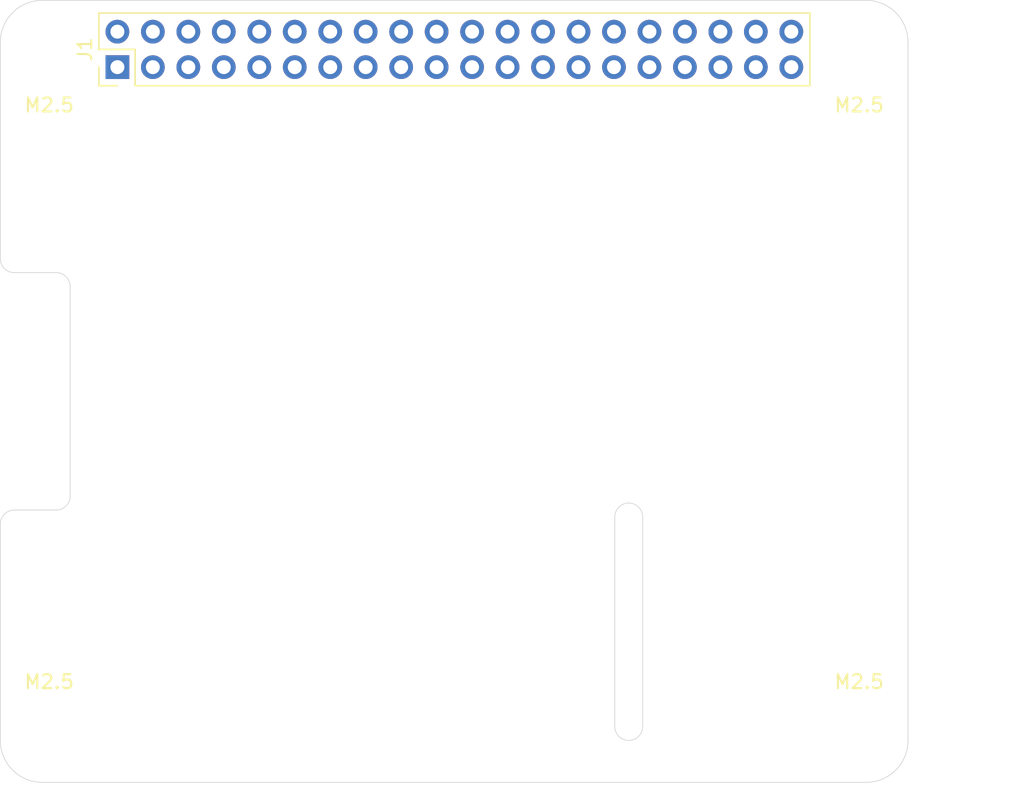
<source format=kicad_pcb>
(kicad_pcb (version 20171130) (host pcbnew "(5.1.4)-1")

  (general
    (thickness 1.6)
    (drawings 21)
    (tracks 0)
    (zones 0)
    (modules 5)
    (nets 1)
  )

  (page A4)
  (layers
    (0 F.Cu signal)
    (31 B.Cu signal)
    (32 B.Adhes user)
    (33 F.Adhes user)
    (34 B.Paste user)
    (35 F.Paste user)
    (36 B.SilkS user)
    (37 F.SilkS user)
    (38 B.Mask user)
    (39 F.Mask user)
    (40 Dwgs.User user)
    (41 Cmts.User user)
    (42 Eco1.User user)
    (43 Eco2.User user)
    (44 Edge.Cuts user)
    (45 Margin user)
    (46 B.CrtYd user)
    (47 F.CrtYd user)
    (48 B.Fab user)
    (49 F.Fab user)
  )

  (setup
    (last_trace_width 0.25)
    (trace_clearance 0.2)
    (zone_clearance 0.508)
    (zone_45_only no)
    (trace_min 0.2)
    (via_size 0.8)
    (via_drill 0.4)
    (via_min_size 0.4)
    (via_min_drill 0.3)
    (uvia_size 0.3)
    (uvia_drill 0.1)
    (uvias_allowed no)
    (uvia_min_size 0.2)
    (uvia_min_drill 0.1)
    (edge_width 0.05)
    (segment_width 0.2)
    (pcb_text_width 0.3)
    (pcb_text_size 1.5 1.5)
    (mod_edge_width 0.12)
    (mod_text_size 1 1)
    (mod_text_width 0.15)
    (pad_size 1.524 1.524)
    (pad_drill 0.762)
    (pad_to_mask_clearance 0.051)
    (solder_mask_min_width 0.25)
    (aux_axis_origin 0 0)
    (visible_elements FFFFFF7F)
    (pcbplotparams
      (layerselection 0x010fc_ffffffff)
      (usegerberextensions false)
      (usegerberattributes false)
      (usegerberadvancedattributes false)
      (creategerberjobfile false)
      (excludeedgelayer true)
      (linewidth 0.100000)
      (plotframeref false)
      (viasonmask false)
      (mode 1)
      (useauxorigin false)
      (hpglpennumber 1)
      (hpglpenspeed 20)
      (hpglpendiameter 15.000000)
      (psnegative false)
      (psa4output false)
      (plotreference true)
      (plotvalue true)
      (plotinvisibletext false)
      (padsonsilk false)
      (subtractmaskfromsilk false)
      (outputformat 1)
      (mirror false)
      (drillshape 1)
      (scaleselection 1)
      (outputdirectory ""))
  )

  (net 0 "")

  (net_class Default "This is the default net class."
    (clearance 0.2)
    (trace_width 0.25)
    (via_dia 0.8)
    (via_drill 0.4)
    (uvia_dia 0.3)
    (uvia_drill 0.1)
  )

  (module MountingHole:MountingHole_2.7mm_M2.5 locked (layer F.Cu) (tedit 56D1B4CB) (tstamp 5DF448FE)
    (at 233 121)
    (descr "Mounting Hole 2.7mm, no annular, M2.5")
    (tags "mounting hole 2.7mm no annular m2.5")
    (attr virtual)
    (fp_text reference M2.5 (at 0 -3.7) (layer F.SilkS)
      (effects (font (size 1 1) (thickness 0.15)))
    )
    (fp_text value MountingHole_2.7mm_M2.5 (at 0 3.7) (layer F.Fab) hide
      (effects (font (size 1 1) (thickness 0.15)))
    )
    (fp_text user %R (at 0.3 0) (layer F.Fab)
      (effects (font (size 1 1) (thickness 0.15)))
    )
    (fp_circle (center 0 0) (end 2.7 0) (layer Cmts.User) (width 0.15))
    (fp_circle (center 0 0) (end 2.95 0) (layer F.CrtYd) (width 0.05))
    (pad 1 np_thru_hole circle (at 0 0) (size 2.7 2.7) (drill 2.7) (layers *.Cu *.Mask))
  )

  (module MountingHole:MountingHole_2.7mm_M2.5 locked (layer F.Cu) (tedit 56D1B4CB) (tstamp 5DF4534E)
    (at 175 121)
    (descr "Mounting Hole 2.7mm, no annular, M2.5")
    (tags "mounting hole 2.7mm no annular m2.5")
    (attr virtual)
    (fp_text reference M2.5 (at 0 -3.7) (layer F.SilkS)
      (effects (font (size 1 1) (thickness 0.15)))
    )
    (fp_text value MountingHole_2.7mm_M2.5 (at 0 3.7) (layer F.Fab) hide
      (effects (font (size 1 1) (thickness 0.15)))
    )
    (fp_text user %R (at 0.3 0) (layer F.Fab)
      (effects (font (size 1 1) (thickness 0.15)))
    )
    (fp_circle (center 0 0) (end 2.7 0) (layer Cmts.User) (width 0.15))
    (fp_circle (center 0 0) (end 2.95 0) (layer F.CrtYd) (width 0.05))
    (pad 1 np_thru_hole circle (at 0 0) (size 2.7 2.7) (drill 2.7) (layers *.Cu *.Mask))
  )

  (module MountingHole:MountingHole_2.7mm_M2.5 locked (layer F.Cu) (tedit 56D1B4CB) (tstamp 5DF44899)
    (at 233 72)
    (descr "Mounting Hole 2.7mm, no annular, M2.5")
    (tags "mounting hole 2.7mm no annular m2.5")
    (attr virtual)
    (fp_text reference M2.5 (at 0 4) (layer F.SilkS)
      (effects (font (size 1 1) (thickness 0.15)))
    )
    (fp_text value MountingHole_2.7mm_M2.5 (at 0 3.7) (layer F.Fab) hide
      (effects (font (size 1 1) (thickness 0.15)))
    )
    (fp_text user %R (at 0.3 0) (layer F.Fab)
      (effects (font (size 1 1) (thickness 0.15)))
    )
    (fp_circle (center 0 0) (end 2.7 0) (layer Cmts.User) (width 0.15))
    (fp_circle (center 0 0) (end 2.95 0) (layer F.CrtYd) (width 0.05))
    (pad 1 np_thru_hole circle (at 0 0) (size 2.7 2.7) (drill 2.7) (layers *.Cu *.Mask))
  )

  (module MountingHole:MountingHole_2.7mm_M2.5 locked (layer F.Cu) (tedit 56D1B4CB) (tstamp 5DF44995)
    (at 175 72)
    (descr "Mounting Hole 2.7mm, no annular, M2.5")
    (tags "mounting hole 2.7mm no annular m2.5")
    (attr virtual)
    (fp_text reference M2.5 (at 0 4) (layer F.SilkS)
      (effects (font (size 1 1) (thickness 0.15)))
    )
    (fp_text value MountingHole_2.7mm_M2.5 (at 0 3.7) (layer F.Fab) hide
      (effects (font (size 1 1) (thickness 0.15)))
    )
    (fp_circle (center 0 0) (end 2.95 0) (layer F.CrtYd) (width 0.05))
    (fp_circle (center 0 0) (end 2.7 0) (layer Cmts.User) (width 0.15))
    (fp_text user %R (at 0.3 0) (layer F.Fab)
      (effects (font (size 1 1) (thickness 0.15)))
    )
    (pad 1 np_thru_hole circle (at 0 0) (size 2.7 2.7) (drill 2.7) (layers *.Cu *.Mask))
  )

  (module Connector_PinHeader_2.54mm:PinHeader_2x20_P2.54mm_Vertical (layer F.Cu) (tedit 59FED5CC) (tstamp 5DF450FB)
    (at 179.882 73.2836 90)
    (descr "Through hole straight pin header, 2x20, 2.54mm pitch, double rows")
    (tags "Through hole pin header THT 2x20 2.54mm double row")
    (path /5DF3EDAD)
    (fp_text reference J1 (at 1.27 -2.33 90) (layer F.SilkS)
      (effects (font (size 1 1) (thickness 0.15)))
    )
    (fp_text value Raspberry_Pi_2_3 (at -2.7164 24.118 180) (layer F.Fab)
      (effects (font (size 1 1) (thickness 0.15)))
    )
    (fp_line (start 0 -1.27) (end 3.81 -1.27) (layer F.Fab) (width 0.1))
    (fp_line (start 3.81 -1.27) (end 3.81 49.53) (layer F.Fab) (width 0.1))
    (fp_line (start 3.81 49.53) (end -1.27 49.53) (layer F.Fab) (width 0.1))
    (fp_line (start -1.27 49.53) (end -1.27 0) (layer F.Fab) (width 0.1))
    (fp_line (start -1.27 0) (end 0 -1.27) (layer F.Fab) (width 0.1))
    (fp_line (start -1.33 49.59) (end 3.87 49.59) (layer F.SilkS) (width 0.12))
    (fp_line (start -1.33 1.27) (end -1.33 49.59) (layer F.SilkS) (width 0.12))
    (fp_line (start 3.87 -1.33) (end 3.87 49.59) (layer F.SilkS) (width 0.12))
    (fp_line (start -1.33 1.27) (end 1.27 1.27) (layer F.SilkS) (width 0.12))
    (fp_line (start 1.27 1.27) (end 1.27 -1.33) (layer F.SilkS) (width 0.12))
    (fp_line (start 1.27 -1.33) (end 3.87 -1.33) (layer F.SilkS) (width 0.12))
    (fp_line (start -1.33 0) (end -1.33 -1.33) (layer F.SilkS) (width 0.12))
    (fp_line (start -1.33 -1.33) (end 0 -1.33) (layer F.SilkS) (width 0.12))
    (fp_line (start -1.8 -1.8) (end -1.8 50.05) (layer F.CrtYd) (width 0.05))
    (fp_line (start -1.8 50.05) (end 4.35 50.05) (layer F.CrtYd) (width 0.05))
    (fp_line (start 4.35 50.05) (end 4.35 -1.8) (layer F.CrtYd) (width 0.05))
    (fp_line (start 4.35 -1.8) (end -1.8 -1.8) (layer F.CrtYd) (width 0.05))
    (fp_text user %R (at 1.27 24.13) (layer F.Fab)
      (effects (font (size 1 1) (thickness 0.15)))
    )
    (pad 1 thru_hole rect (at 0 0 90) (size 1.7 1.7) (drill 1) (layers *.Cu *.Mask))
    (pad 2 thru_hole oval (at 2.54 0 90) (size 1.7 1.7) (drill 1) (layers *.Cu *.Mask))
    (pad 3 thru_hole oval (at 0 2.54 90) (size 1.7 1.7) (drill 1) (layers *.Cu *.Mask))
    (pad 4 thru_hole oval (at 2.54 2.54 90) (size 1.7 1.7) (drill 1) (layers *.Cu *.Mask))
    (pad 5 thru_hole oval (at 0 5.08 90) (size 1.7 1.7) (drill 1) (layers *.Cu *.Mask))
    (pad 6 thru_hole oval (at 2.54 5.08 90) (size 1.7 1.7) (drill 1) (layers *.Cu *.Mask))
    (pad 7 thru_hole oval (at 0 7.62 90) (size 1.7 1.7) (drill 1) (layers *.Cu *.Mask))
    (pad 8 thru_hole oval (at 2.54 7.62 90) (size 1.7 1.7) (drill 1) (layers *.Cu *.Mask))
    (pad 9 thru_hole oval (at 0 10.16 90) (size 1.7 1.7) (drill 1) (layers *.Cu *.Mask))
    (pad 10 thru_hole oval (at 2.54 10.16 90) (size 1.7 1.7) (drill 1) (layers *.Cu *.Mask))
    (pad 11 thru_hole oval (at 0 12.7 90) (size 1.7 1.7) (drill 1) (layers *.Cu *.Mask))
    (pad 12 thru_hole oval (at 2.54 12.7 90) (size 1.7 1.7) (drill 1) (layers *.Cu *.Mask))
    (pad 13 thru_hole oval (at 0 15.24 90) (size 1.7 1.7) (drill 1) (layers *.Cu *.Mask))
    (pad 14 thru_hole oval (at 2.54 15.24 90) (size 1.7 1.7) (drill 1) (layers *.Cu *.Mask))
    (pad 15 thru_hole oval (at 0 17.78 90) (size 1.7 1.7) (drill 1) (layers *.Cu *.Mask))
    (pad 16 thru_hole oval (at 2.54 17.78 90) (size 1.7 1.7) (drill 1) (layers *.Cu *.Mask))
    (pad 17 thru_hole oval (at 0 20.32 90) (size 1.7 1.7) (drill 1) (layers *.Cu *.Mask))
    (pad 18 thru_hole oval (at 2.54 20.32 90) (size 1.7 1.7) (drill 1) (layers *.Cu *.Mask))
    (pad 19 thru_hole oval (at 0 22.86 90) (size 1.7 1.7) (drill 1) (layers *.Cu *.Mask))
    (pad 20 thru_hole oval (at 2.54 22.86 90) (size 1.7 1.7) (drill 1) (layers *.Cu *.Mask))
    (pad 21 thru_hole oval (at 0 25.4 90) (size 1.7 1.7) (drill 1) (layers *.Cu *.Mask))
    (pad 22 thru_hole oval (at 2.54 25.4 90) (size 1.7 1.7) (drill 1) (layers *.Cu *.Mask))
    (pad 23 thru_hole oval (at 0 27.94 90) (size 1.7 1.7) (drill 1) (layers *.Cu *.Mask))
    (pad 24 thru_hole oval (at 2.54 27.94 90) (size 1.7 1.7) (drill 1) (layers *.Cu *.Mask))
    (pad 25 thru_hole oval (at 0 30.48 90) (size 1.7 1.7) (drill 1) (layers *.Cu *.Mask))
    (pad 26 thru_hole oval (at 2.54 30.48 90) (size 1.7 1.7) (drill 1) (layers *.Cu *.Mask))
    (pad 27 thru_hole oval (at 0 33.02 90) (size 1.7 1.7) (drill 1) (layers *.Cu *.Mask))
    (pad 28 thru_hole oval (at 2.54 33.02 90) (size 1.7 1.7) (drill 1) (layers *.Cu *.Mask))
    (pad 29 thru_hole oval (at 0 35.56 90) (size 1.7 1.7) (drill 1) (layers *.Cu *.Mask))
    (pad 30 thru_hole oval (at 2.54 35.56 90) (size 1.7 1.7) (drill 1) (layers *.Cu *.Mask))
    (pad 31 thru_hole oval (at 0 38.1 90) (size 1.7 1.7) (drill 1) (layers *.Cu *.Mask))
    (pad 32 thru_hole oval (at 2.54 38.1 90) (size 1.7 1.7) (drill 1) (layers *.Cu *.Mask))
    (pad 33 thru_hole oval (at 0 40.64 90) (size 1.7 1.7) (drill 1) (layers *.Cu *.Mask))
    (pad 34 thru_hole oval (at 2.54 40.64 90) (size 1.7 1.7) (drill 1) (layers *.Cu *.Mask))
    (pad 35 thru_hole oval (at 0 43.18 90) (size 1.7 1.7) (drill 1) (layers *.Cu *.Mask))
    (pad 36 thru_hole oval (at 2.54 43.18 90) (size 1.7 1.7) (drill 1) (layers *.Cu *.Mask))
    (pad 37 thru_hole oval (at 0 45.72 90) (size 1.7 1.7) (drill 1) (layers *.Cu *.Mask))
    (pad 38 thru_hole oval (at 2.54 45.72 90) (size 1.7 1.7) (drill 1) (layers *.Cu *.Mask))
    (pad 39 thru_hole oval (at 0 48.26 90) (size 1.7 1.7) (drill 1) (layers *.Cu *.Mask))
    (pad 40 thru_hole oval (at 2.54 48.26 90) (size 1.7 1.7) (drill 1) (layers *.Cu *.Mask))
    (model ${KISYS3DMOD}/Connector_PinHeader_2.54mm.3dshapes/PinHeader_2x20_P2.54mm_Vertical.wrl
      (at (xyz 0 0 0))
      (scale (xyz 1 1 1))
      (rotate (xyz 0 0 0))
    )
  )

  (gr_arc (start 216.5 120.5) (end 215.5 120.5) (angle -180) (layer Edge.Cuts) (width 0.05) (tstamp 5DF454B5))
  (gr_arc (start 216.5 105.5) (end 217.5 105.5) (angle -180) (layer Edge.Cuts) (width 0.05) (tstamp 5DF454AC))
  (gr_line (start 217.5 105.5) (end 217.5 120.5) (layer Edge.Cuts) (width 0.05) (tstamp 5DF454AF))
  (gr_line (start 215.5 120.5) (end 215.5 105.5) (layer Edge.Cuts) (width 0.05) (tstamp 5DF454B2))
  (gr_arc (start 172.5 106) (end 172.5 105) (angle -90) (layer Edge.Cuts) (width 0.05))
  (gr_arc (start 175.5 104) (end 175.5 105) (angle -90) (layer Edge.Cuts) (width 0.05))
  (gr_arc (start 175.5 89) (end 176.5 89) (angle -90) (layer Edge.Cuts) (width 0.05))
  (gr_arc (start 172.5 87) (end 171.5 87) (angle -90) (layer Edge.Cuts) (width 0.05))
  (gr_arc (start 174.5 121.5) (end 171.5 121.5) (angle -90) (layer Edge.Cuts) (width 0.05))
  (gr_text "R = 3mm" (at 241 125.5) (layer Dwgs.User) (tstamp 5DF4542A)
    (effects (font (size 1 1) (thickness 0.15)))
  )
  (gr_arc (start 233.5 121.5) (end 233.5 124.5) (angle -90) (layer Edge.Cuts) (width 0.05))
  (gr_arc (start 233.5 71.5) (end 236.5 71.5) (angle -90) (layer Edge.Cuts) (width 0.05))
  (gr_arc (start 174.5 71.5) (end 174.5 68.5) (angle -90) (layer Edge.Cuts) (width 0.05))
  (gr_line (start 171.5 121.5) (end 171.5 106) (layer Edge.Cuts) (width 0.05) (tstamp 5DF4535E))
  (gr_line (start 171.5 71.5) (end 171.5 87) (layer Edge.Cuts) (width 0.05) (tstamp 5DF4535D))
  (gr_line (start 175.5 88) (end 172.5 88) (layer Edge.Cuts) (width 0.05))
  (gr_line (start 176.5 104) (end 176.5 89) (layer Edge.Cuts) (width 0.05))
  (gr_line (start 172.5 105) (end 175.5 105) (layer Edge.Cuts) (width 0.05))
  (gr_line (start 236.5 121.5) (end 236.5 71.5) (layer Edge.Cuts) (width 0.05) (tstamp 5DF44B65))
  (gr_line (start 174.5 124.5) (end 233.5 124.5) (layer Edge.Cuts) (width 0.05))
  (gr_line (start 174.5 68.5) (end 233.5 68.5) (layer Edge.Cuts) (width 0.05))

)

</source>
